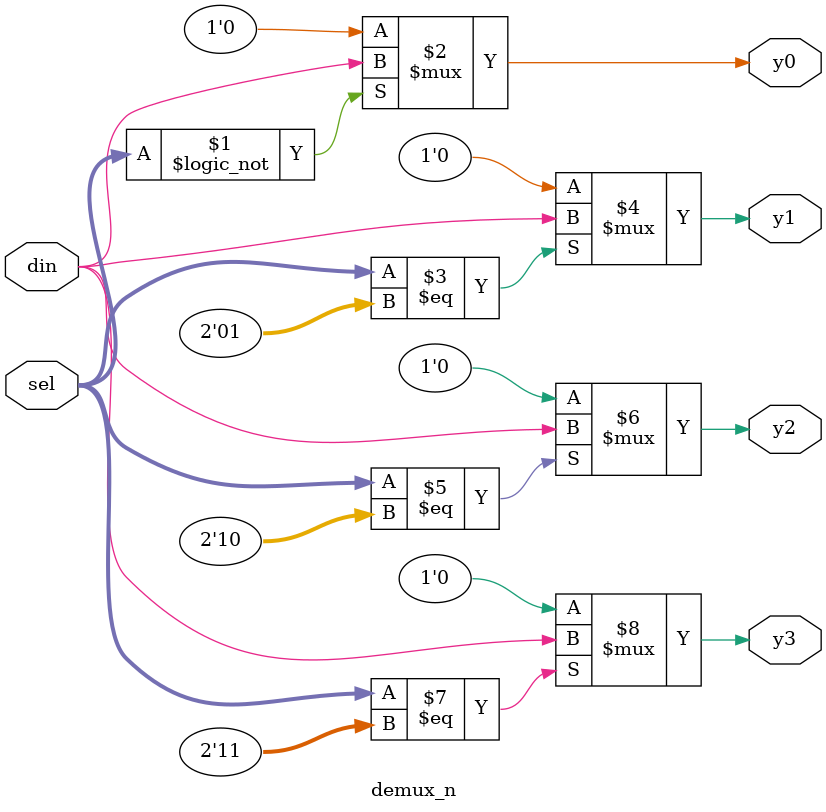
<source format=v>
`timescale 1ns / 1ps


module demux_n(din,sel,y0,y1,y2,y3 );
input din;
input [1:0]sel;
output y0,y1,y2,y3;

assign y0=(sel==2'b00)?din:1'b0;
assign y1=(sel==2'b01)?din:1'b0;
assign y2=(sel==2'b10)?din:1'b0;
assign y3=(sel==2'b11)?din:1'b0;
endmodule

</source>
